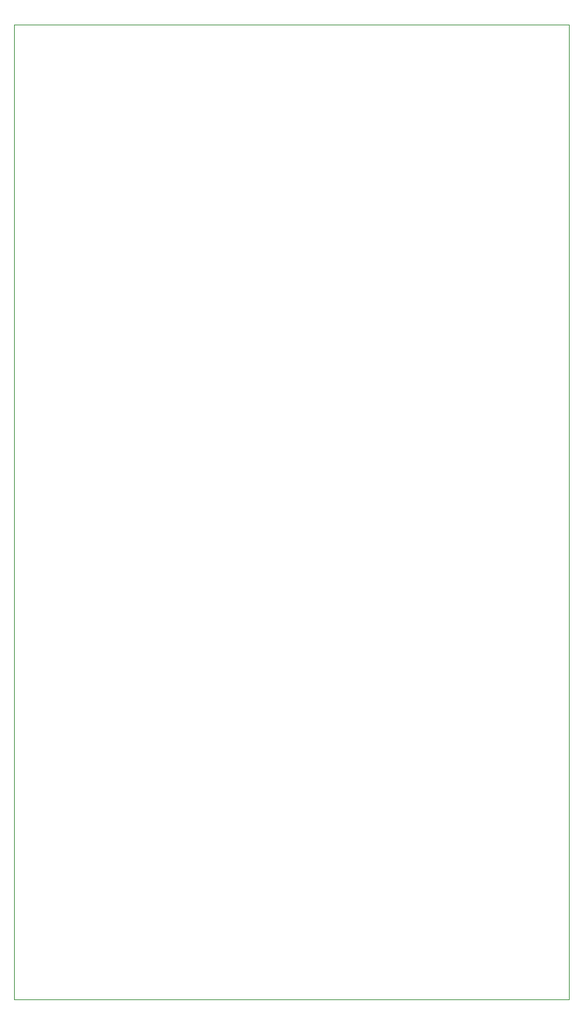
<source format=gbr>
G04 #@! TF.GenerationSoftware,KiCad,Pcbnew,(5.1.2)-2*
G04 #@! TF.CreationDate,2020-04-13T13:08:01+07:00*
G04 #@! TF.ProjectId,arduino_due_shield,61726475-696e-46f5-9f64-75655f736869,rev?*
G04 #@! TF.SameCoordinates,Original*
G04 #@! TF.FileFunction,Profile,NP*
%FSLAX46Y46*%
G04 Gerber Fmt 4.6, Leading zero omitted, Abs format (unit mm)*
G04 Created by KiCad (PCBNEW (5.1.2)-2) date 2020-04-13 13:08:01*
%MOMM*%
%LPD*%
G04 APERTURE LIST*
%ADD10C,0.050000*%
G04 APERTURE END LIST*
D10*
X154940000Y-34036000D02*
X154940000Y-37084000D01*
X88138000Y-34036000D02*
X154940000Y-34036000D01*
X88138000Y-151384000D02*
X88138000Y-34036000D01*
X154940000Y-151384000D02*
X88138000Y-151384000D01*
X154940000Y-36830000D02*
X154940000Y-151384000D01*
M02*

</source>
